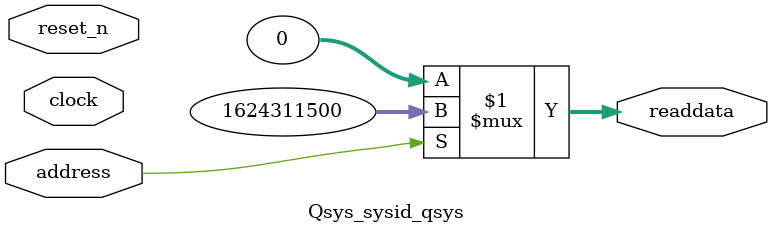
<source format=v>



// synthesis translate_off
`timescale 1ns / 1ps
// synthesis translate_on

// turn off superfluous verilog processor warnings 
// altera message_level Level1 
// altera message_off 10034 10035 10036 10037 10230 10240 10030 

module Qsys_sysid_qsys (
               // inputs:
                address,
                clock,
                reset_n,

               // outputs:
                readdata
             )
;

  output  [ 31: 0] readdata;
  input            address;
  input            clock;
  input            reset_n;

  wire    [ 31: 0] readdata;
  //control_slave, which is an e_avalon_slave
  assign readdata = address ? 1624311500 : 0;

endmodule



</source>
